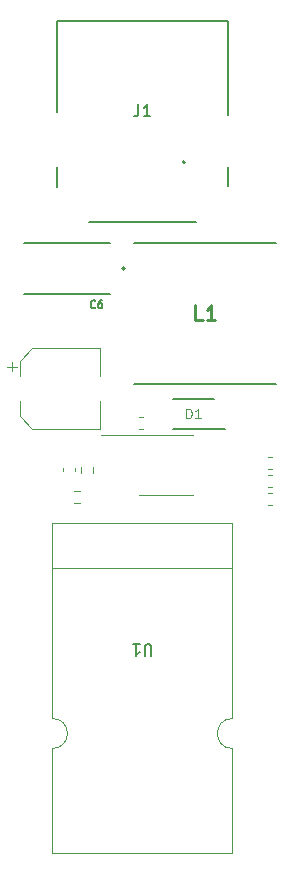
<source format=gbr>
%TF.GenerationSoftware,KiCad,Pcbnew,6.0.2+dfsg-1*%
%TF.CreationDate,2022-12-10T13:13:51-05:00*%
%TF.ProjectId,5v-8a-ps,35762d38-612d-4707-932e-6b696361645f,rev?*%
%TF.SameCoordinates,Original*%
%TF.FileFunction,Legend,Top*%
%TF.FilePolarity,Positive*%
%FSLAX46Y46*%
G04 Gerber Fmt 4.6, Leading zero omitted, Abs format (unit mm)*
G04 Created by KiCad (PCBNEW 6.0.2+dfsg-1) date 2022-12-10 13:13:51*
%MOMM*%
%LPD*%
G01*
G04 APERTURE LIST*
%ADD10C,0.150000*%
%ADD11C,0.254000*%
%ADD12C,0.100000*%
%ADD13C,0.127000*%
%ADD14C,0.200000*%
%ADD15C,0.120000*%
G04 APERTURE END LIST*
D10*
%TO.C,C6*%
X74751333Y-89644971D02*
X74720857Y-89675447D01*
X74629428Y-89705923D01*
X74568476Y-89705923D01*
X74477047Y-89675447D01*
X74416095Y-89614495D01*
X74385619Y-89553542D01*
X74355142Y-89431638D01*
X74355142Y-89340209D01*
X74385619Y-89218304D01*
X74416095Y-89157352D01*
X74477047Y-89096400D01*
X74568476Y-89065923D01*
X74629428Y-89065923D01*
X74720857Y-89096400D01*
X74751333Y-89126876D01*
X75299904Y-89065923D02*
X75178000Y-89065923D01*
X75117047Y-89096400D01*
X75086571Y-89126876D01*
X75025619Y-89218304D01*
X74995142Y-89340209D01*
X74995142Y-89584019D01*
X75025619Y-89644971D01*
X75056095Y-89675447D01*
X75117047Y-89705923D01*
X75238952Y-89705923D01*
X75299904Y-89675447D01*
X75330380Y-89644971D01*
X75360857Y-89584019D01*
X75360857Y-89431638D01*
X75330380Y-89370685D01*
X75299904Y-89340209D01*
X75238952Y-89309733D01*
X75117047Y-89309733D01*
X75056095Y-89340209D01*
X75025619Y-89370685D01*
X74995142Y-89431638D01*
D11*
%TO.C,L1*%
X83832333Y-90744523D02*
X83227571Y-90744523D01*
X83227571Y-89474523D01*
X84920904Y-90744523D02*
X84195190Y-90744523D01*
X84558047Y-90744523D02*
X84558047Y-89474523D01*
X84437095Y-89655952D01*
X84316142Y-89776904D01*
X84195190Y-89837380D01*
D12*
%TO.C,D1*%
X82467523Y-99040904D02*
X82467523Y-98240904D01*
X82658000Y-98240904D01*
X82772285Y-98279000D01*
X82848476Y-98355190D01*
X82886571Y-98431380D01*
X82924666Y-98583761D01*
X82924666Y-98698047D01*
X82886571Y-98850428D01*
X82848476Y-98926619D01*
X82772285Y-99002809D01*
X82658000Y-99040904D01*
X82467523Y-99040904D01*
X83686571Y-99040904D02*
X83229428Y-99040904D01*
X83458000Y-99040904D02*
X83458000Y-98240904D01*
X83381809Y-98355190D01*
X83305619Y-98431380D01*
X83229428Y-98469476D01*
D10*
%TO.C,U1*%
X79501904Y-119157619D02*
X79501904Y-118348095D01*
X79454285Y-118252857D01*
X79406666Y-118205238D01*
X79311428Y-118157619D01*
X79120952Y-118157619D01*
X79025714Y-118205238D01*
X78978095Y-118252857D01*
X78930476Y-118348095D01*
X78930476Y-119157619D01*
X77930476Y-118157619D02*
X78501904Y-118157619D01*
X78216190Y-118157619D02*
X78216190Y-119157619D01*
X78311428Y-119014761D01*
X78406666Y-118919523D01*
X78501904Y-118871904D01*
%TO.C,J1*%
X78406086Y-72476428D02*
X78406086Y-73191956D01*
X78358384Y-73335062D01*
X78262980Y-73430466D01*
X78119875Y-73478168D01*
X78024471Y-73478168D01*
X79407826Y-73478168D02*
X78835403Y-73478168D01*
X79121615Y-73478168D02*
X79121615Y-72476428D01*
X79026211Y-72619533D01*
X78930807Y-72714937D01*
X78835403Y-72762639D01*
D13*
%TO.C,C6*%
X76040000Y-84210000D02*
X68740000Y-84210000D01*
X76040000Y-88510000D02*
X68740000Y-88510000D01*
D14*
X77240000Y-86360000D02*
G75*
G03*
X77240000Y-86360000I-100000J0D01*
G01*
D15*
%TO.C,U4*%
X80772000Y-100482000D02*
X75197000Y-100482000D01*
X80772000Y-100482000D02*
X83057000Y-100482000D01*
X80772000Y-105512000D02*
X78487000Y-105512000D01*
X80772000Y-105512000D02*
X83057000Y-105512000D01*
%TO.C,R2*%
X72978742Y-106249500D02*
X73453258Y-106249500D01*
X72978742Y-105204500D02*
X73453258Y-105204500D01*
D14*
%TO.C,L1*%
X90044000Y-84170000D02*
X78044000Y-84170000D01*
X78044000Y-96170000D02*
X90044000Y-96170000D01*
%TO.C,D1*%
X84808000Y-97404000D02*
X81308000Y-97404000D01*
X85723000Y-99954000D02*
X81308000Y-99954000D01*
D15*
%TO.C,C7*%
X72007000Y-103250420D02*
X72007000Y-103531580D01*
X73027000Y-103250420D02*
X73027000Y-103531580D01*
%TO.C,C5*%
X89394420Y-106428000D02*
X89675580Y-106428000D01*
X89394420Y-105408000D02*
X89675580Y-105408000D01*
%TO.C,C4*%
X89394420Y-103380000D02*
X89675580Y-103380000D01*
X89394420Y-102360000D02*
X89675580Y-102360000D01*
%TO.C,C3*%
X89394420Y-104904000D02*
X89675580Y-104904000D01*
X89394420Y-103884000D02*
X89675580Y-103884000D01*
%TO.C,C2*%
X78472420Y-99951000D02*
X78753580Y-99951000D01*
X78472420Y-98931000D02*
X78753580Y-98931000D01*
%TO.C,C1*%
X69409437Y-93110000D02*
X75165000Y-93110000D01*
X75165000Y-99930000D02*
X75165000Y-97580000D01*
X68345000Y-94174437D02*
X69409437Y-93110000D01*
X67317500Y-94672500D02*
X68105000Y-94672500D01*
X69409437Y-99930000D02*
X75165000Y-99930000D01*
X68345000Y-98865563D02*
X69409437Y-99930000D01*
X68345000Y-98865563D02*
X68345000Y-97580000D01*
X68345000Y-94174437D02*
X68345000Y-95460000D01*
X67711250Y-94278750D02*
X67711250Y-95066250D01*
X75165000Y-93110000D02*
X75165000Y-95460000D01*
%TO.C,U1*%
X86360000Y-107950000D02*
X71120000Y-107950000D01*
X86360000Y-124460000D02*
X86360000Y-107950000D01*
X71120000Y-135890000D02*
X71120000Y-127000000D01*
X86360000Y-135890000D02*
X86360000Y-127000000D01*
X71120000Y-124460000D02*
X71120000Y-107950000D01*
X86360000Y-111760000D02*
X71120000Y-111760000D01*
X86360000Y-135890000D02*
X71120000Y-135890000D01*
X86360000Y-124460000D02*
G75*
G03*
X86360000Y-127000000I0J-1270000D01*
G01*
X71120000Y-127000000D02*
G75*
G03*
X71120000Y-124460000I0J1270000D01*
G01*
%TO.C,R1*%
X73518500Y-103678258D02*
X73518500Y-103203742D01*
X74563500Y-103678258D02*
X74563500Y-103203742D01*
D14*
%TO.C,J1*%
X82340000Y-77358000D02*
G75*
G03*
X82340000Y-77358000I-100000J0D01*
G01*
D13*
X85990000Y-65440000D02*
X71490000Y-65440000D01*
X83240000Y-82400000D02*
X74240000Y-82400000D01*
X85990000Y-73400000D02*
X85990000Y-65440000D01*
X71490000Y-79430000D02*
X71490000Y-77800000D01*
X71490000Y-65440000D02*
X71490000Y-73100000D01*
X85990000Y-79360000D02*
X85990000Y-77800000D01*
%TD*%
M02*

</source>
